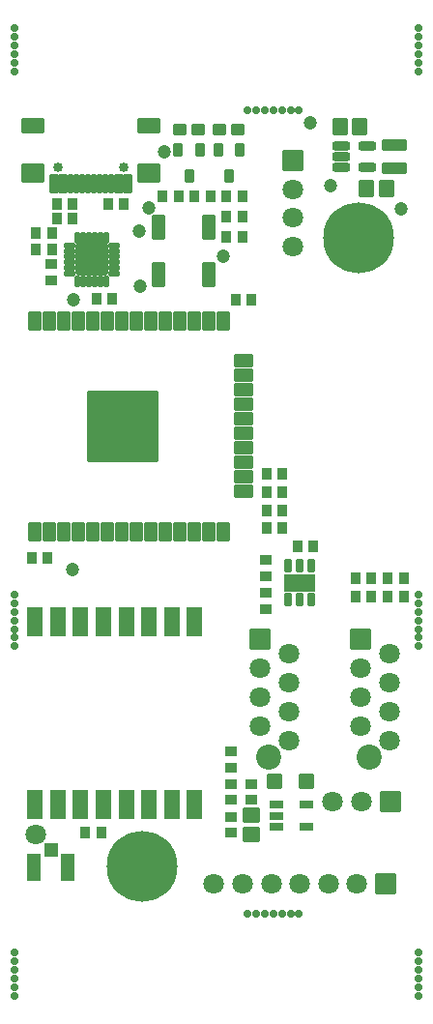
<source format=gbr>
G04 #@! TF.GenerationSoftware,KiCad,Pcbnew,(5.99.0-10229-ge8e7d13299)*
G04 #@! TF.CreationDate,2021-06-16T15:48:42+02:00*
G04 #@! TF.ProjectId,openair2-panelized,6f70656e-6169-4723-922d-70616e656c69,rev?*
G04 #@! TF.SameCoordinates,PX3473bc0PY1312d00*
G04 #@! TF.FileFunction,Soldermask,Top*
G04 #@! TF.FilePolarity,Negative*
%FSLAX46Y46*%
G04 Gerber Fmt 4.6, Leading zero omitted, Abs format (unit mm)*
G04 Created by KiCad (PCBNEW (5.99.0-10229-ge8e7d13299)) date 2021-06-16 15:48:42*
%MOMM*%
%LPD*%
G01*
G04 APERTURE LIST*
G04 Aperture macros list*
%AMRoundRect*
0 Rectangle with rounded corners*
0 $1 Rounding radius*
0 $2 $3 $4 $5 $6 $7 $8 $9 X,Y pos of 4 corners*
0 Add a 4 corners polygon primitive as box body*
4,1,4,$2,$3,$4,$5,$6,$7,$8,$9,$2,$3,0*
0 Add four circle primitives for the rounded corners*
1,1,$1+$1,$2,$3*
1,1,$1+$1,$4,$5*
1,1,$1+$1,$6,$7*
1,1,$1+$1,$8,$9*
0 Add four rect primitives between the rounded corners*
20,1,$1+$1,$2,$3,$4,$5,0*
20,1,$1+$1,$4,$5,$6,$7,0*
20,1,$1+$1,$6,$7,$8,$9,0*
20,1,$1+$1,$8,$9,$2,$3,0*%
G04 Aperture macros list end*
%ADD10C,0.700000*%
%ADD11RoundRect,0.100000X0.350000X0.400000X-0.350000X0.400000X-0.350000X-0.400000X0.350000X-0.400000X0*%
%ADD12C,1.200000*%
%ADD13RoundRect,0.100000X-0.350000X-0.400000X0.350000X-0.400000X0.350000X0.400000X-0.350000X0.400000X0*%
%ADD14RoundRect,0.100000X0.525000X0.525000X-0.525000X0.525000X-0.525000X-0.525000X0.525000X-0.525000X0*%
%ADD15RoundRect,0.100000X0.525000X1.100000X-0.525000X1.100000X-0.525000X-1.100000X0.525000X-1.100000X0*%
%ADD16RoundRect,0.100000X0.800000X0.800000X-0.800000X0.800000X-0.800000X-0.800000X0.800000X-0.800000X0*%
%ADD17C,1.800000*%
%ADD18RoundRect,0.100000X-0.500000X-1.000000X0.500000X-1.000000X0.500000X1.000000X-0.500000X1.000000X0*%
%ADD19RoundRect,0.100000X0.400000X-0.350000X0.400000X0.350000X-0.400000X0.350000X-0.400000X-0.350000X0*%
%ADD20RoundRect,0.100000X-0.482500X-0.400000X0.482500X-0.400000X0.482500X0.400000X-0.482500X0.400000X0*%
%ADD21RoundRect,0.100000X-1.000000X0.400000X-1.000000X-0.400000X1.000000X-0.400000X1.000000X0.400000X0*%
%ADD22RoundRect,0.100000X-0.500000X-0.250000X0.500000X-0.250000X0.500000X0.250000X-0.500000X0.250000X0*%
%ADD23RoundRect,0.100000X-0.300000X0.500000X-0.300000X-0.500000X0.300000X-0.500000X0.300000X0.500000X0*%
%ADD24RoundRect,0.100000X-0.550000X-0.700000X0.550000X-0.700000X0.550000X0.700000X-0.550000X0.700000X0*%
%ADD25RoundRect,0.200000X-0.562500X-0.200000X0.562500X-0.200000X0.562500X0.200000X-0.562500X0.200000X0*%
%ADD26RoundRect,0.100000X-0.600000X1.200000X-0.600000X-1.200000X0.600000X-1.200000X0.600000X1.200000X0*%
%ADD27RoundRect,0.100000X0.500000X1.000000X-0.500000X1.000000X-0.500000X-1.000000X0.500000X-1.000000X0*%
%ADD28RoundRect,0.100000X-0.700000X0.550000X-0.700000X-0.550000X0.700000X-0.550000X0.700000X0.550000X0*%
%ADD29RoundRect,0.112500X-0.112500X0.400000X-0.112500X-0.400000X0.112500X-0.400000X0.112500X0.400000X0*%
%ADD30RoundRect,0.112500X-0.400000X0.112500X-0.400000X-0.112500X0.400000X-0.112500X0.400000X0.112500X0*%
%ADD31RoundRect,0.100000X-1.300000X1.300000X-1.300000X-1.300000X1.300000X-1.300000X1.300000X1.300000X0*%
%ADD32C,6.200000*%
%ADD33RoundRect,0.100000X-0.400000X0.350000X-0.400000X-0.350000X0.400000X-0.350000X0.400000X0.350000X0*%
%ADD34RoundRect,0.100000X0.550000X0.700000X-0.550000X0.700000X-0.550000X-0.700000X0.550000X-0.700000X0*%
%ADD35C,0.850000*%
%ADD36RoundRect,0.100000X0.300000X0.725000X-0.300000X0.725000X-0.300000X-0.725000X0.300000X-0.725000X0*%
%ADD37RoundRect,0.100000X0.150000X0.725000X-0.150000X0.725000X-0.150000X-0.725000X0.150000X-0.725000X0*%
%ADD38RoundRect,0.100000X0.900000X0.725000X-0.900000X0.725000X-0.900000X-0.725000X0.900000X-0.725000X0*%
%ADD39RoundRect,0.100000X0.900000X0.600000X-0.900000X0.600000X-0.900000X-0.600000X0.900000X-0.600000X0*%
%ADD40C,2.200000*%
%ADD41RoundRect,0.100000X-0.800000X0.800000X-0.800000X-0.800000X0.800000X-0.800000X0.800000X0.800000X0*%
%ADD42RoundRect,0.100000X0.225000X-0.475000X0.225000X0.475000X-0.225000X0.475000X-0.225000X-0.475000X0*%
%ADD43RoundRect,0.100000X1.250000X-0.700000X1.250000X0.700000X-1.250000X0.700000X-1.250000X-0.700000X0*%
%ADD44RoundRect,0.100000X-0.550000X-0.550000X0.550000X-0.550000X0.550000X0.550000X-0.550000X0.550000X0*%
%ADD45RoundRect,0.100000X0.500000X-0.750000X0.500000X0.750000X-0.500000X0.750000X-0.500000X-0.750000X0*%
%ADD46RoundRect,0.100000X0.750000X-0.500000X0.750000X0.500000X-0.750000X0.500000X-0.750000X-0.500000X0*%
%ADD47RoundRect,0.100000X3.000000X-3.000000X3.000000X3.000000X-3.000000X3.000000X-3.000000X-3.000000X0*%
G04 APERTURE END LIST*
D10*
X38200000Y-84750000D03*
X38200000Y-84000000D03*
X38200000Y-83250000D03*
X38200000Y-82500000D03*
X38200000Y-81750000D03*
X38200000Y-81000000D03*
X38200000Y-80250000D03*
X27750000Y-108200000D03*
X27000000Y-108200000D03*
X26250000Y-108200000D03*
X25500000Y-108200000D03*
X24750000Y-108200000D03*
X24000000Y-108200000D03*
X23250000Y-108200000D03*
X38200000Y-115350000D03*
X38200000Y-114600000D03*
X38200000Y-113850000D03*
X38200000Y-113100000D03*
X38200000Y-111600000D03*
X38200000Y-112350000D03*
X2800000Y-115350000D03*
X2800000Y-114600000D03*
X2800000Y-113850000D03*
X2800000Y-113100000D03*
X2800000Y-112350000D03*
X2800000Y-111600000D03*
X2800000Y-84750000D03*
X2800000Y-84000000D03*
X2800000Y-83250000D03*
X2800000Y-82500000D03*
X2800000Y-81750000D03*
X2800000Y-81000000D03*
X2800000Y-80250000D03*
X27750000Y-37800000D03*
X27000000Y-37800000D03*
X26250000Y-37800000D03*
X25500000Y-37800000D03*
X24750000Y-37800000D03*
X24000000Y-37800000D03*
X23250000Y-37800000D03*
X38200000Y-30650000D03*
X38200000Y-31400000D03*
X38200000Y-32150000D03*
X38200000Y-32900000D03*
X38200000Y-33650000D03*
X38200000Y-34400000D03*
X2800000Y-34400000D03*
X2800000Y-33650000D03*
X2800000Y-32900000D03*
X2800000Y-32150000D03*
X2800000Y-30650000D03*
X2800000Y-31400000D03*
D11*
X36900000Y-80400000D03*
X35500000Y-80400000D03*
D12*
X14600000Y-46400000D03*
D13*
X21400000Y-47100000D03*
X22800000Y-47100000D03*
D14*
X6000000Y-102597500D03*
D15*
X4525000Y-104100000D03*
X7475000Y-104100000D03*
D12*
X15900000Y-41500000D03*
D11*
X5700000Y-77000000D03*
X4300000Y-77000000D03*
D16*
X35740000Y-98400000D03*
D17*
X33200000Y-98400000D03*
X30660000Y-98400000D03*
D18*
X15400000Y-48100000D03*
X19800000Y-48100000D03*
D19*
X21800000Y-98200000D03*
X21800000Y-96800000D03*
D11*
X10400000Y-101100000D03*
X9000000Y-101100000D03*
D12*
X36700000Y-46500000D03*
D13*
X10000000Y-54300000D03*
X11400000Y-54300000D03*
D20*
X20800000Y-39500000D03*
X22400000Y-39500000D03*
D11*
X26300000Y-74400000D03*
X24900000Y-74400000D03*
D13*
X21400000Y-45400000D03*
X22800000Y-45400000D03*
D19*
X23600000Y-98200000D03*
X23600000Y-96800000D03*
D13*
X6500000Y-46050000D03*
X7900000Y-46050000D03*
D11*
X6100000Y-48600000D03*
X4700000Y-48600000D03*
D12*
X21100000Y-50600000D03*
X28700000Y-38950000D03*
D21*
X36100000Y-40900000D03*
X36100000Y-42900000D03*
D17*
X4700000Y-101200000D03*
D11*
X6100000Y-50000000D03*
X4700000Y-50000000D03*
D22*
X25800000Y-98650000D03*
X25800000Y-99600000D03*
X25800000Y-100550000D03*
X28400000Y-100550000D03*
X28400000Y-98650000D03*
D11*
X12400000Y-46050000D03*
X11000000Y-46050000D03*
X22800000Y-48900000D03*
X21400000Y-48900000D03*
X26300000Y-72900000D03*
X24900000Y-72900000D03*
D23*
X19050000Y-41300000D03*
X17150000Y-41300000D03*
X18100000Y-43600000D03*
D24*
X31325000Y-39300000D03*
X33075000Y-39300000D03*
D25*
X31462500Y-40950000D03*
X31462500Y-41900000D03*
X31462500Y-42850000D03*
X33737500Y-42850000D03*
X33737500Y-40950000D03*
D13*
X27600000Y-76000000D03*
X29000000Y-76000000D03*
X35500000Y-78800000D03*
X36900000Y-78800000D03*
D11*
X26300000Y-71300000D03*
X24900000Y-71300000D03*
D26*
X18600000Y-82600000D03*
X16600000Y-82600000D03*
X14600000Y-82600000D03*
X12600000Y-82600000D03*
X10600000Y-82600000D03*
X8600000Y-82600000D03*
X6600000Y-82600000D03*
X4600000Y-82600000D03*
X4600000Y-98600000D03*
X6600000Y-98600000D03*
X8600000Y-98600000D03*
X10600000Y-98600000D03*
X12600000Y-98600000D03*
X14600000Y-98600000D03*
X16600000Y-98600000D03*
X18600000Y-98600000D03*
D11*
X26300000Y-69700000D03*
X24900000Y-69700000D03*
D19*
X21800000Y-95400000D03*
X21800000Y-94000000D03*
D27*
X19800000Y-52200000D03*
X15400000Y-52200000D03*
D11*
X17200000Y-45400000D03*
X15800000Y-45400000D03*
D28*
X23600000Y-99525000D03*
X23600000Y-101275000D03*
D12*
X8000000Y-54400000D03*
D23*
X22550000Y-41300000D03*
X20650000Y-41300000D03*
X21600000Y-43600000D03*
D12*
X13800000Y-53200000D03*
D13*
X22200000Y-54400000D03*
X23600000Y-54400000D03*
D29*
X10850000Y-48962500D03*
X10350000Y-48962500D03*
X9850000Y-48962500D03*
X9350000Y-48962500D03*
X8850000Y-48962500D03*
X8350000Y-48962500D03*
D30*
X7662500Y-49650000D03*
X7662500Y-50150000D03*
X7662500Y-50650000D03*
X7662500Y-51150000D03*
X7662500Y-51650000D03*
X7662500Y-52150000D03*
D29*
X8350000Y-52837500D03*
X8850000Y-52837500D03*
X9350000Y-52837500D03*
X9850000Y-52837500D03*
X10350000Y-52837500D03*
X10850000Y-52837500D03*
D30*
X11537500Y-52150000D03*
X11537500Y-51650000D03*
X11537500Y-51150000D03*
X11537500Y-50650000D03*
X11537500Y-50150000D03*
X11537500Y-49650000D03*
D31*
X9600000Y-50900000D03*
D32*
X14000000Y-104000000D03*
D12*
X7900000Y-78000000D03*
D11*
X34100000Y-78800000D03*
X32700000Y-78800000D03*
D12*
X13700000Y-48450000D03*
D33*
X21800000Y-99700000D03*
X21800000Y-101100000D03*
D34*
X35375000Y-44700000D03*
X33625000Y-44700000D03*
D16*
X35300000Y-105600000D03*
D17*
X32800000Y-105600000D03*
X30300000Y-105600000D03*
X27800000Y-105600000D03*
X25300000Y-105600000D03*
X22800000Y-105600000D03*
X20300000Y-105600000D03*
D35*
X12390000Y-42800000D03*
X6610000Y-42800000D03*
D36*
X12750000Y-44245000D03*
X11950000Y-44245000D03*
D37*
X10750000Y-44245000D03*
X9750000Y-44245000D03*
X9250000Y-44245000D03*
X8250000Y-44245000D03*
D36*
X7050000Y-44245000D03*
X6250000Y-44245000D03*
D37*
X7750000Y-44245000D03*
X8750000Y-44245000D03*
X10250000Y-44245000D03*
X11250000Y-44245000D03*
D38*
X14570000Y-43330000D03*
D39*
X4430000Y-39150000D03*
D38*
X4430000Y-43330000D03*
D39*
X14570000Y-39150000D03*
D11*
X34100000Y-80400000D03*
X32700000Y-80400000D03*
D40*
X25070000Y-94445000D03*
D41*
X24330000Y-84155000D03*
D17*
X26870000Y-85425000D03*
X24330000Y-86695000D03*
X26870000Y-87965000D03*
X24330000Y-89235000D03*
X26870000Y-90505000D03*
X24330000Y-91775000D03*
X26870000Y-93045000D03*
D13*
X18600000Y-45400000D03*
X20000000Y-45400000D03*
D19*
X24800000Y-78600000D03*
X24800000Y-77200000D03*
D41*
X27200000Y-42250000D03*
D17*
X27200000Y-44750000D03*
X27200000Y-47250000D03*
X27200000Y-49750000D03*
D20*
X17300000Y-39500000D03*
X18900000Y-39500000D03*
D11*
X7900000Y-47300000D03*
X6500000Y-47300000D03*
D33*
X6000000Y-51300000D03*
X6000000Y-52700000D03*
D12*
X30500000Y-44400000D03*
D33*
X24800000Y-80100000D03*
X24800000Y-81500000D03*
D40*
X33870000Y-94445000D03*
D41*
X33130000Y-84155000D03*
D17*
X35670000Y-85425000D03*
X33130000Y-86695000D03*
X35670000Y-87965000D03*
X33130000Y-89235000D03*
X35670000Y-90505000D03*
X33130000Y-91775000D03*
X35670000Y-93045000D03*
D42*
X26800000Y-80700000D03*
X27800000Y-80700000D03*
X28800000Y-80700000D03*
X28800000Y-77700000D03*
X27800000Y-77700000D03*
X26800000Y-77700000D03*
D43*
X27800000Y-79200000D03*
D44*
X25600000Y-96600000D03*
X28400000Y-96600000D03*
D32*
X33000000Y-49000000D03*
D45*
X4600000Y-74750000D03*
X5870000Y-74750000D03*
X7140000Y-74750000D03*
X8410000Y-74750000D03*
X9680000Y-74750000D03*
X10950000Y-74750000D03*
X12220000Y-74750000D03*
X13490000Y-74750000D03*
X14760000Y-74750000D03*
X16030000Y-74750000D03*
X17300000Y-74750000D03*
X18570000Y-74750000D03*
X19840000Y-74750000D03*
X21110000Y-74750000D03*
D46*
X22850000Y-71200000D03*
X22850000Y-69930000D03*
X22850000Y-68660000D03*
X22850000Y-67390000D03*
X22850000Y-66120000D03*
X22850000Y-64850000D03*
X22850000Y-63580000D03*
X22850000Y-62310000D03*
X22850000Y-61040000D03*
X22850000Y-59770000D03*
D45*
X21110000Y-56250000D03*
X19840000Y-56250000D03*
X18570000Y-56250000D03*
X17300000Y-56250000D03*
X16030000Y-56250000D03*
X14760000Y-56250000D03*
X13490000Y-56250000D03*
X12220000Y-56250000D03*
X10950000Y-56250000D03*
X9680000Y-56250000D03*
X8410000Y-56250000D03*
X7140000Y-56250000D03*
X5870000Y-56250000D03*
X4600000Y-56250000D03*
D47*
X12300000Y-65500000D03*
M02*

</source>
